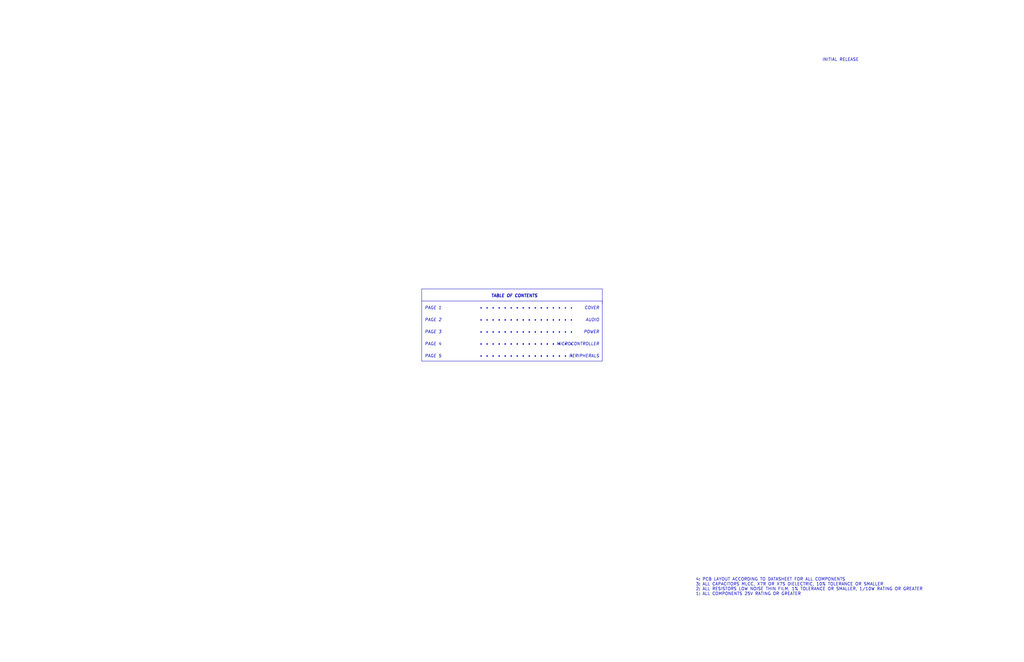
<source format=kicad_sch>
(kicad_sch
	(version 20231120)
	(generator "eeschema")
	(generator_version "8.0")
	(uuid "190888c1-6ce2-4681-a836-dc477e444e49")
	(paper "USLedger")
	(title_block
		(title "Baseboard")
		(date "2023-08-19")
		(rev "A")
		(company "Alessandro Rizzoni")
		(comment 1 "SCHEMATIC")
		(comment 2 "DRAFT")
		(comment 3 "AIR")
	)
	(lib_symbols)
	(polyline
		(pts
			(xy 177.8 121.92) (xy 254 121.92)
		)
		(stroke
			(width 0)
			(type default)
		)
		(uuid "2fb63c84-9a41-406d-beb1-27b853c13f16")
	)
	(polyline
		(pts
			(xy 254 121.92) (xy 254 128.27)
		)
		(stroke
			(width 0)
			(type default)
		)
		(uuid "a4d14733-f73b-4ed6-986e-d998c104b28f")
	)
	(polyline
		(pts
			(xy 177.8 127) (xy 177.8 121.92)
		)
		(stroke
			(width 0)
			(type default)
		)
		(uuid "d5b2b473-ffa1-492f-8374-dff417d2ec16")
	)
	(rectangle
		(start 177.8 127)
		(end 254 152.4)
		(stroke
			(width 0)
			(type default)
		)
		(fill
			(type none)
		)
		(uuid 918f744d-bb5e-4c2a-a87f-8580d90937e0)
	)
	(text "PAGE 5"
		(exclude_from_sim no)
		(at 179.07 151.13 0)
		(effects
			(font
				(size 1.27 1.27)
				(italic yes)
			)
			(justify left bottom)
		)
		(uuid "0891d76b-3d9b-475c-8acf-e2d2d3c5c7dd")
	)
	(text "PAGE 2\n"
		(exclude_from_sim no)
		(at 179.07 135.89 0)
		(effects
			(font
				(size 1.27 1.27)
				(italic yes)
			)
			(justify left bottom)
		)
		(uuid "1d5bb796-fd1a-42e6-9f64-ee298edd402e")
	)
	(text "TABLE OF CONTENTS"
		(exclude_from_sim no)
		(at 207.01 125.73 0)
		(effects
			(font
				(size 1.27 1.27)
				(thickness 0.254)
				(bold yes)
				(italic yes)
			)
			(justify left bottom)
		)
		(uuid "3c100669-0461-407e-b5ce-442b2a99c796")
	)
	(text "PAGE 4\n"
		(exclude_from_sim no)
		(at 179.07 146.05 0)
		(effects
			(font
				(size 1.27 1.27)
				(italic yes)
			)
			(justify left bottom)
		)
		(uuid "49614a1a-5d98-49cb-8c2c-e0e4e7487dcf")
	)
	(text "PAGE 3"
		(exclude_from_sim no)
		(at 179.07 140.97 0)
		(effects
			(font
				(size 1.27 1.27)
				(italic yes)
			)
			(justify left bottom)
		)
		(uuid "51222853-286a-4e3f-a990-82cb6539307d")
	)
	(text "• • • • • • • • • • • • • • • • \n"
		(exclude_from_sim no)
		(at 201.93 140.97 0)
		(effects
			(font
				(size 1.27 1.27)
				(italic yes)
			)
			(justify left bottom)
		)
		(uuid "579186cc-ee35-4be3-a905-75b219008218")
	)
	(text "4: PCB LAYOUT ACCORDING TO DATASHEET FOR ALL COMPONENTS\n3: ALL CAPACITORS MLCC, X7R OR X7S DIELECTRIC, 10% TOLERANCE OR SMALLER\n2: ALL RESISTORS LOW NOISE THIN FILM, 1% TOLERANCE OR SMALLER, 1/10W RATING OR GREATER\n1: ALL COMPONENTS 25V RATING OR GREATER"
		(exclude_from_sim no)
		(at 293.37 251.46 0)
		(effects
			(font
				(size 1.27 1.27)
			)
			(justify left bottom)
		)
		(uuid "6a6b5e31-d19b-4f3a-8978-4e23b187ecd0")
	)
	(text "COVER"
		(exclude_from_sim no)
		(at 252.73 130.81 0)
		(effects
			(font
				(size 1.27 1.27)
				(italic yes)
			)
			(justify right bottom)
		)
		(uuid "6b1b63e2-632e-4ae8-b4f8-163f39d53134")
	)
	(text "• • • • • • • • • • • • • • • • \n"
		(exclude_from_sim no)
		(at 201.93 135.89 0)
		(effects
			(font
				(size 1.27 1.27)
				(italic yes)
			)
			(justify left bottom)
		)
		(uuid "7e7c2928-8a95-4530-bcaf-d6eb6bd25eb9")
	)
	(text "AUDIO"
		(exclude_from_sim no)
		(at 252.73 135.89 0)
		(effects
			(font
				(size 1.27 1.27)
				(italic yes)
			)
			(justify right bottom)
		)
		(uuid "82dd3ce4-f8a4-47d5-8184-9dc617b900e9")
	)
	(text "MICROCONTROLLER"
		(exclude_from_sim no)
		(at 252.73 146.05 0)
		(effects
			(font
				(size 1.27 1.27)
				(italic yes)
			)
			(justify right bottom)
		)
		(uuid "84fd55aa-b08f-49cd-9050-584141696e3c")
	)
	(text "PERIPHERALS"
		(exclude_from_sim no)
		(at 252.73 151.13 0)
		(effects
			(font
				(size 1.27 1.27)
				(italic yes)
			)
			(justify right bottom)
		)
		(uuid "8e84fef9-8334-450b-baa0-0de873417b4a")
	)
	(text "• • • • • • • • • • • • • • • • \n"
		(exclude_from_sim no)
		(at 201.93 151.13 0)
		(effects
			(font
				(size 1.27 1.27)
				(italic yes)
			)
			(justify left bottom)
		)
		(uuid "b8eb6511-7f9a-41a3-a9d6-22af0f92f43d")
	)
	(text "PAGE 1\n"
		(exclude_from_sim no)
		(at 179.07 130.81 0)
		(effects
			(font
				(size 1.27 1.27)
				(italic yes)
			)
			(justify left bottom)
		)
		(uuid "d0ea079b-f59e-4621-a3ef-a72241952f82")
	)
	(text "• • • • • • • • • • • • • • • • \n"
		(exclude_from_sim no)
		(at 201.93 130.81 0)
		(effects
			(font
				(size 1.27 1.27)
				(italic yes)
			)
			(justify left bottom)
		)
		(uuid "d8a2f2c6-3a35-4d58-b5be-fd3153ce11d1")
	)
	(text "• • • • • • • • • • • • • • • • \n"
		(exclude_from_sim no)
		(at 201.93 146.05 0)
		(effects
			(font
				(size 1.27 1.27)
				(italic yes)
			)
			(justify left bottom)
		)
		(uuid "e6fd0d50-3e23-468d-b259-d05ea655c6b2")
	)
	(text "POWER"
		(exclude_from_sim no)
		(at 252.73 140.97 0)
		(effects
			(font
				(size 1.27 1.27)
				(italic yes)
			)
			(justify right bottom)
		)
		(uuid "ef98c03c-b513-443d-8c43-edf25b96a512")
	)
	(text "INITIAL RELEASE"
		(exclude_from_sim no)
		(at 346.71 26.035 0)
		(effects
			(font
				(size 1.27 1.27)
			)
			(justify left bottom)
		)
		(uuid "f36d6b55-ae41-40a0-9fbb-9ae9c8e126b4")
	)
	(sheet
		(at 444.5 88.9)
		(size 38.1 25.4)
		(fields_autoplaced yes)
		(stroke
			(width 0.1524)
			(type solid)
		)
		(fill
			(color 0 0 0 0.0000)
		)
		(uuid "229a97b2-4425-47f7-b588-f32dc6b9bc79")
		(property "Sheetname" "MICROCONTROLLER"
			(at 444.5 88.1884 0)
			(effects
				(font
					(size 1.27 1.27)
				)
				(justify left bottom)
			)
		)
		(property "Sheetfile" "microcontroller.kicad_sch"
			(at 444.5 114.8846 0)
			(effects
				(font
					(size 1.27 1.27)
				)
				(justify left top)
			)
		)
		(instances
			(project "baseboard"
				(path "/190888c1-6ce2-4681-a836-dc477e444e49"
					(page "4")
				)
			)
		)
	)
	(sheet
		(at 444.5 50.8)
		(size 38.1 25.4)
		(fields_autoplaced yes)
		(stroke
			(width 0.1524)
			(type solid)
		)
		(fill
			(color 0 0 0 0.0000)
		)
		(uuid "2e4f7641-7de0-4dea-9f64-f5ec09624375")
		(property "Sheetname" "POWER"
			(at 444.5 50.0884 0)
			(effects
				(font
					(size 1.27 1.27)
				)
				(justify left bottom)
			)
		)
		(property "Sheetfile" "power.kicad_sch"
			(at 444.5 76.7846 0)
			(effects
				(font
					(size 1.27 1.27)
				)
				(justify left top)
			)
		)
		(instances
			(project "baseboard"
				(path "/190888c1-6ce2-4681-a836-dc477e444e49"
					(page "3")
				)
			)
		)
	)
	(sheet
		(at 444.5 127)
		(size 38.1 25.4)
		(fields_autoplaced yes)
		(stroke
			(width 0.1524)
			(type solid)
		)
		(fill
			(color 0 0 0 0.0000)
		)
		(uuid "d0056da4-2f4a-44a5-8940-d7387ae0cef4")
		(property "Sheetname" "Peripherals"
			(at 444.5 126.2884 0)
			(effects
				(font
					(size 1.27 1.27)
				)
				(justify left bottom)
			)
		)
		(property "Sheetfile" "peripherals.kicad_sch"
			(at 444.5 152.9846 0)
			(effects
				(font
					(size 1.27 1.27)
				)
				(justify left top)
			)
		)
		(instances
			(project "baseboard"
				(path "/190888c1-6ce2-4681-a836-dc477e444e49"
					(page "5")
				)
			)
		)
	)
	(sheet
		(at 444.5 12.7)
		(size 38.1 25.4)
		(fields_autoplaced yes)
		(stroke
			(width 0.1524)
			(type solid)
		)
		(fill
			(color 0 0 0 0.0000)
		)
		(uuid "e436358c-d730-4540-92b5-b7475a7c4a63")
		(property "Sheetname" "AUDIO"
			(at 444.5 11.9884 0)
			(effects
				(font
					(size 1.27 1.27)
				)
				(justify left bottom)
			)
		)
		(property "Sheetfile" "audio.kicad_sch"
			(at 444.5 38.6846 0)
			(effects
				(font
					(size 1.27 1.27)
				)
				(justify left top)
			)
		)
		(instances
			(project "baseboard"
				(path "/190888c1-6ce2-4681-a836-dc477e444e49"
					(page "2")
				)
			)
		)
	)
	(sheet_instances
		(path "/"
			(page "1")
		)
	)
)

</source>
